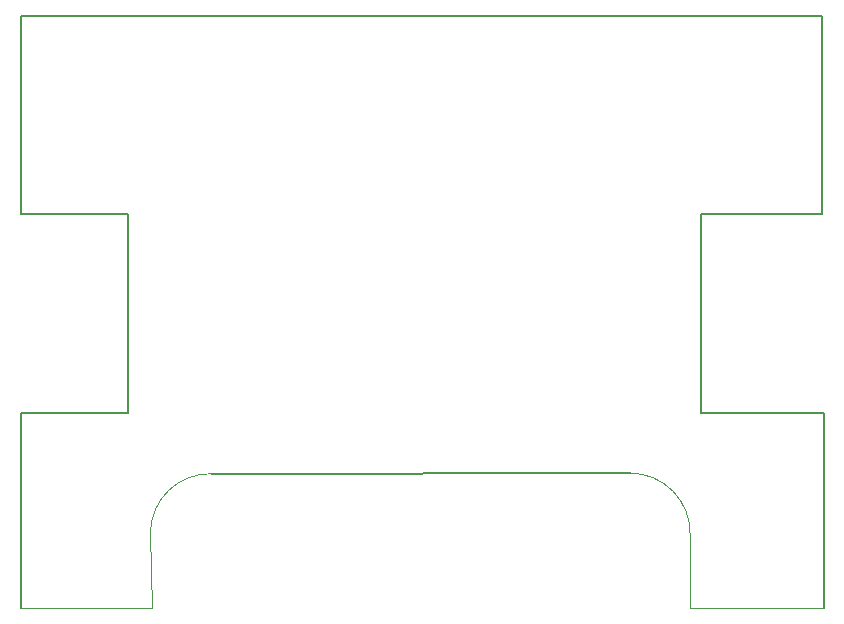
<source format=gbr>
%TF.GenerationSoftware,KiCad,Pcbnew,7.0.10*%
%TF.CreationDate,2024-04-14T19:08:20+02:00*%
%TF.ProjectId,DIC_Addon,4449435f-4164-4646-9f6e-2e6b69636164,rev?*%
%TF.SameCoordinates,Original*%
%TF.FileFunction,Profile,NP*%
%FSLAX46Y46*%
G04 Gerber Fmt 4.6, Leading zero omitted, Abs format (unit mm)*
G04 Created by KiCad (PCBNEW 7.0.10) date 2024-04-14 19:08:20*
%MOMM*%
%LPD*%
G01*
G04 APERTURE LIST*
%TA.AperFunction,Profile*%
%ADD10C,0.150000*%
%TD*%
%TA.AperFunction,Profile*%
%ADD11C,0.100000*%
%TD*%
G04 APERTURE END LIST*
D10*
X79883000Y-45593000D02*
X69469000Y-45593000D01*
X20955000Y-28702000D02*
X20955000Y-45593000D01*
X11938000Y-45593000D02*
X11938000Y-62103000D01*
X11938000Y-28702000D02*
X20955000Y-28702000D01*
X79883000Y-62103000D02*
X79883000Y-45593000D01*
D11*
X68580000Y-62103000D02*
X79883000Y-62103000D01*
D10*
X20955000Y-45593000D02*
X11938000Y-45593000D01*
X11938000Y-11938000D02*
X11938000Y-28702000D01*
X69469000Y-28702000D02*
X79756000Y-28702000D01*
X69469000Y-45593000D02*
X69469000Y-28702000D01*
X79756000Y-11938000D02*
X11938000Y-11938000D01*
D11*
X22897841Y-55643145D02*
X22987000Y-62103000D01*
X11938000Y-62103000D02*
X22987000Y-62103000D01*
X28066997Y-50711245D02*
G75*
G03*
X22897843Y-55643145I-126997J-5041755D01*
G01*
X68592611Y-55862737D02*
X68580000Y-62103000D01*
X68592610Y-55862737D02*
G75*
G03*
X63558846Y-50659548I-5092610J109737D01*
G01*
D10*
X28067000Y-50711244D02*
X63558846Y-50659546D01*
X79756000Y-28702000D02*
X79756000Y-11938000D01*
M02*

</source>
